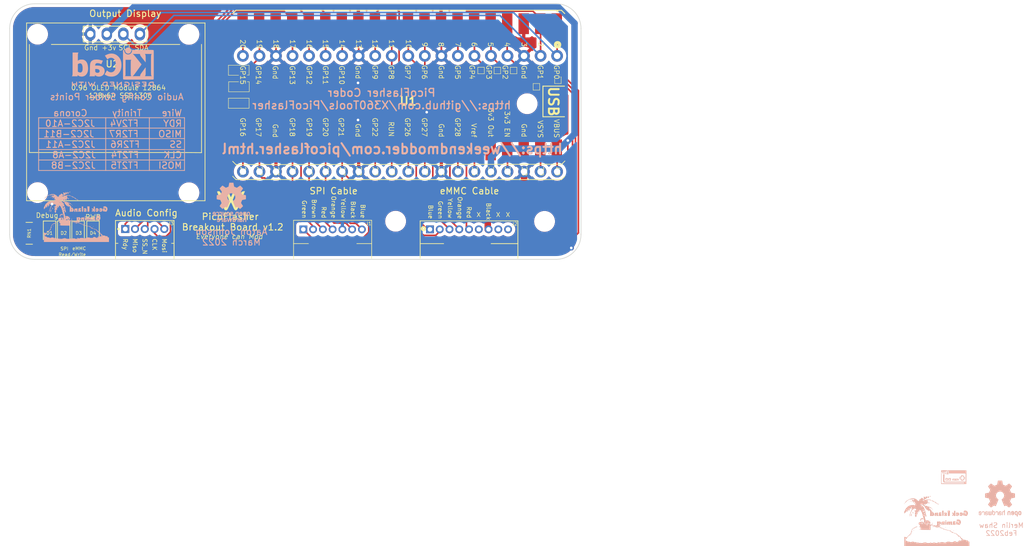
<source format=kicad_pcb>
(kicad_pcb (version 20211014) (generator pcbnew)
  (layers (0 "F.Cu" signal) (31 "B.Cu" signal) (34 "B.Paste" user) (35 "F.Paste" user) (36 "B.SilkS" user "B.Silkscreen") (37 "F.SilkS" user "F.Silkscreen") (38 "B.Mask" user) (39 "F.Mask" user) (44 "Edge.Cuts" user))
  (net 0 "")
  (net 1 "Net-(D1-Pad1)")
  (net 2 "Net-(D2-Pad1)")
  (net 3 "Net-(D3-Pad1)")
  (net 4 "Net-(D4-Pad1)")
  (net 5 "E-Yellow")
  (net 6 "E-Red")
  (net 7 "E-Orange")
  (net 8 "E-Blue")
  (net 9 "S-Orange")
  (net 10 "S-Brown")
  (net 11 "S-Red")
  (net 12 "S-Black")
  (net 13 "S-Blue")
  (net 14 "GND")
  (net 15 "Debug")
  (net 16 "eMMC")
  (net 17 "SPI")
  (net 18 "OLED Data")
  (net 19 "OLED Clock")
  (net 20 "3.3 Out")
  (net 22 "E-Green")
  (net 23 "A_Red")
  (net 24 "A_Black")
  (net 25 "A_Yellow")
  (net 26 "A_Green")
  (net 27 "unconnected-(U1-Pad7)")
  (net 28 "unconnected-(U1-Pad14)")
  (net 29 "unconnected-(U1-Pad29)")
  (net 30 "unconnected-(U1-Pad30)")
  (net 31 "unconnected-(U1-Pad31)")
  (net 32 "unconnected-(U1-Pad32)")
  (net 33 "unconnected-(U1-Pad34)")
  (net 34 "unconnected-(U1-Pad35)")
  (net 35 "unconnected-(U1-Pad37)")
  (net 36 "unconnected-(U1-Pad39)")
  (net 37 "unconnected-(U1-Pad40)")
  (net 40 "A_Blue")
  (footprint "LED_SMD:LED_0805_2012Metric_Pad1.15x1.40mm_HandSolder" (layer "F.Cu") (at 98.75 98.725 -90)
    (fp_text reference "D3")
    (fp_text value "Data" hide)
  )
  (footprint "MountingHole:MountingHole_2.2mm_M2" (layer "F.Cu") (at 92.5335 92.5)
    (fp_text reference "REF**" hide)
    (fp_text value "MountingHole_2.2mm_M2" hide)
  )
  (footprint "Merlin:WeekendModder" (layer "F.Cu") (at 121.979503 93.40975)
    (fp_text reference "G***" hide)
    (fp_text value "LOGO" hide)
  )
  (footprint "LED_SMD:LED_0805_2012Metric_Pad1.15x1.40mm_HandSolder" (layer "F.Cu") (at 96.55 98.725 -90)
    (fp_text reference "D2")
    (fp_text value "Debug" hide)
  )
  (footprint "MountingHole:MountingHole_2.2mm_M2" (layer "F.Cu") (at 115.7835 92.525)
    (fp_text reference "REF**" hide)
    (fp_text value "MountingHole_2.2mm_M2" hide)
  )
  (footprint "MountingHole:MountingHole_2.2mm_M2" (layer "F.Cu") (at 147.525 96.9)
    (fp_text reference "REF**" hide)
    (fp_text value "MountingHole_2.2mm_M2" hide)
  )
  (footprint "MountingHole:MountingHole_2.2mm_M2" (layer "F.Cu") (at 92.5335 68.175)
    (fp_text reference "REF**" hide)
    (fp_text value "MountingHole_2.2mm_M2" hide)
  )
  (footprint "Merlin:S7BZRLFSN" (layer "F.Cu") (at 133.35 98.15)
    (fp_text reference "J2" hide)
    (fp_text value "S7B-ZR_LF__SN_" hide)
  )
  (footprint "Merlin:PICO_SMD" (layer "F.Cu") (at 122.65 65.75 -90)
    (fp_text reference "U1e" hide)
    (fp_text value "PICO" hide)
  )
  (footprint "Resistor_SMD:R_Array_Convex_4x0603" (layer "F.Cu") (at 91.25 98.75 180)
    (fp_text reference "RN1" hide)
    (fp_text value "2-1622819-4" hide)
  )
  (footprint "LED_SMD:LED_0805_2012Metric_Pad1.15x1.40mm_HandSolder" (layer "F.Cu") (at 101.05 98.725 -90)
    (fp_text reference "D4")
    (fp_text value "Data" hide)
  )
  (footprint "MountingHole:MountingHole_2.2mm_M2" (layer "F.Cu") (at 167.725 78.85)
    (fp_text reference "REF**" hide)
    (fp_text value "MountingHole_2.2mm_M2" hide)
  )
  (footprint "MountingHole:MountingHole_2.2mm_M2" (layer "F.Cu") (at 170.4 96.925)
    (fp_text reference "REF**" hide)
    (fp_text value "MountingHole_2.2mm_M2" hide)
  )
  (footprint "Merlin:JST_B9B-ZR(LF)(SN)" (layer "F.Cu") (at 158.8 98.14325 180)
    (fp_text reference "J1" hide)
    (fp_text value "B9B-ZR(LF)(SN)" hide)
  )
  (footprint "Merlin:128x64OLED" (layer "F.Cu") (at 104.25 78.75)
    (fp_text reference "U2")
    (fp_text value "SSD1306")
  )
  (footprint "MountingHole:MountingHole_2.2mm_M2" (layer "F.Cu") (at 115.7835 68.2)
    (fp_text reference "REF**" hide)
    (fp_text value "MountingHole_2.2mm_M2" hide)
  )
  (footprint "Merlin:JST_B5B-ZR(LF)(SN)" (layer "F.Cu") (at 106 98.0915 180)
    (fp_text reference "J3")
    (fp_text value "Conn_01x05")
  )
  (footprint "LED_SMD:LED_0805_2012Metric_Pad1.15x1.40mm_HandSolder" (layer "F.Cu") (at 94.375 98.725 -90)
    (fp_text reference "D1")
    (fp_text value "PWR" hide)
  )
  (footprint "Merlin:PICO_THT" (layer "F.Cu") (at 149.47 76.58 -90)
    (fp_text reference "U1")
    (fp_text value "PICO" hide)
  )
  (footprint "Merlin:GeekIsland_10mmX8mm" (layer "B.Cu") (at 98.5 96.1 180)
    (fp_text reference "G***" hide)
    (fp_text value "LOGO" hide)
  )
  (footprint "Merlin:OSHW-Logo2_7.3x6mm_SilkScreen" (layer "B.Cu") (at 240.359601 139.4957 180)
    (fp_text reference "REF**" hide)
    (fp_text value "OSHW-Logo2_7.3x6mm_SilkScreen" hide)
  )
  (footprint "Symbol:KiCad-Logo2_5mm_SilkScreen" (layer "B.Cu") (at 104.1 73.2 180)
    (fp_text reference "REF**" hide)
    (fp_text value "KiCad-Logo2_5mm_SilkScreen" hide)
  )
  (footprint "Merlin:GeekIsland_10mmX8mm" (layer "B.Cu") (at 230.65 142.83 180)
    (fp_text reference "G***" hide)
    (fp_text value "LOGO" hide)
  )
  (footprint "Merlin:XtraLifeGaming2" (layer "B.Cu") (at 233.578401 136.2413 180)
    (fp_text reference "G***" hide)
    (fp_text value "LOGO" hide)
  )
  (footprint "Symbol:OSHW-Logo_5.7x6mm_SilkScreen" (layer "B.Cu") (at 122.3 94 180)
    (fp_text reference "REF**" hide)
    (fp_text value "OSHW-Logo_5.7x6mm_SilkScreen" hide)
  )
  (gr_line (start 115.1 89.1) (end 92.7 89.1) (layer "B.SilkS") (width 0.12))
  (gr_line (start 115.1 85.9) (end 92.7 85.9) (layer "B.SilkS") (width 0.12))
  (gr_line (start 115.1 84.2) (end 92.7 84.2) (layer "B.SilkS") (width 0.12))
  (gr_line (start 109.7 81) (end 109.7 89.1) (layer "B.SilkS") (width 0.12))
  (gr_line (start 115.1 81) (end 115.1 89.1) (layer "B.SilkS") (width 0.12))
  (gr_line (start 115.1 82.6) (end 92.7 82.6) (layer "B.SilkS") (width 0.12))
  (gr_line (start 103 81) (end 103 89.1) (layer "B.SilkS") (width 0.12))
  (gr_line (start 115.1 81) (end 92.7 81) (layer "B.SilkS") (width 0.12))
  (gr_line (start 92.7 81) (end 92.7 89.1) (layer "B.SilkS") (width 0.12))
  (gr_line (start 115.1 87.5) (end 92.7 87.5) (layer "B.SilkS") (width 0.12))
  (gr_line (start 170.15 80.85) (end 173.4625 80.85) (layer "F.SilkS") (width 0.15))
  (gr_line (start 125.045 75.48) (end 124.74 75.48) (layer "F.SilkS") (width 0.075))
  (gr_line (start 173 64.5) (end 173.5 65) (layer "F.SilkS") (width 0.15))
  (gr_line (start 143.85 100.34) (end 141.56 100.34) (layer "F.SilkS") (width 0.1))
  (gr_line (start 173.5 90) (end 173 90.5) (layer "F.SilkS") (width 0.12))
  (gr_line (start 173.4625 76.15) (end 170.15 76.15) (layer "F.SilkS") (width 0.15))
  (gr_line (start 122.5 90) (end 123 90.5) (layer "F.SilkS") (width 0.12))
  (gr_line (start 123 90.5) (end 173 90.5) (layer "F.SilkS") (width 0.12))
  (gr_line (start 125.0225 74.45) (end 124.7175 74.45) (layer "F.SilkS") (width 0.075))
  (gr_line (start 173 64.5) (end 123 64.5) (layer "F.SilkS") (width 0.15))
  (gr_line (start 123 88.2) (end 122.5 87.7) (layer "F.SilkS") (width 0.12))
  (gr_line (start 173.025 88.15) (end 123.75 88.2) (layer "F.SilkS") (width 0.12))
  (gr_line (start 173.525 87.65) (end 173.025 88.15) (layer "F.SilkS") (width 0.12))
  (gr_line (start 170.15 76.15) (end 170.15 80.85) (layer "F.SilkS") (width 0.15))
  (gr_line (start 134.14 100.34) (end 131.85 100.34) (layer "F.SilkS") (width 0.1))
  (gr_line (start 123.75 88.2) (end 123 88.2) (layer "F.SilkS") (width 0.12))
  (gr_line (start 122.5 65) (end 123 64.5) (layer "F.SilkS") (width 0.15))
  (gr_arc (start 172.19 63.5) (mid 174.884077 64.615923) (end 176 67.31) (layer "Edge.Cuts") (width 0.1))
  (gr_line (start 92.06 63.5) (end 172.19 63.5) (layer "Edge.Cuts") (width 0.1))
  (gr_arc (start 92.06 102.75) (mid 89.365923 101.634077) (end 88.25 98.94) (layer "Edge.Cuts") (width 0.1))
  (gr_arc (start 88.25 67.31) (mid 89.365923 64.615923) (end 92.06 63.5) (layer "Edge.Cuts") (width 0.1))
  (gr_arc (start 176 98.94) (mid 174.884077 101.634077) (end 172.19 102.75) (layer "Edge.Cuts") (width 0.1))
  (gr_line (start 176 67.31) (end 176 98.94) (layer "Edge.Cuts") (width 0.1))
  (gr_line (start 88.25 67.31) (end 88.25 98.94) (layer "Edge.Cuts") (width 0.1))
  (gr_line (start 92.06 102.75) (end 172.19 102.75) (layer "Edge.Cuts") (width 0.1))
  (gr_text "Wire    Trinity     Corona\nRDY     FT2V4   J2C2-A10\nMISO    FT2R7   J2C2-B11\nSS      FT2R6   J2C2-A11\nCLK     FT2T4   J2C2-A8\nMOSI    FT2T5   J2C2-B8" (at 114.8 84.3) (layer "B.SilkS") (effects (font (size 1 1)) (justify left mirror)))
  (gr_text "Merlin Shaw\nFeb2022" (at 240.562801 144.2201) (layer "B.SilkS") (effects (font (size 0.75 0.75) (thickness 0.1)) (justify mirror)))
  (gr_text "PicoFlasher Coder\nhttps://github.com/X360Tools/PicoFlasher" (at 145.375 78.125) (layer "B.SilkS") (effects (font (size 1.2 1.2) (thickness 0.2)) (justify mirror)))
  (gr_text "Aaron Johnson\nMarch 2022" (at 122.3 99.3) (layer "B.SilkS") (effects (font (size 1 1)) (justify mirror)))
  (gr_text "Audio Config Solder Points" (at 104.7 77.8) (layer "B.SilkS") (effects (font (size 1 1)) (justify mirror)))
  (gr_text "https://weekendmodder.com/picoflasher.html" (at 147 85.8) (layer "B.SilkS") (effects (font (size 1.5 1.5) (thickness 0.3)) (justify mirror)))
  (gr_text "PicoFlasher \nBreakout Board v1.2" (at 122.5 97) (layer "F.SilkS") (effects (font (size 1 1))))
  (gr_text "3" (at 167.25 69.75 270) (layer "F.SilkS") (effects (font (size 0.75 0.75) (thickness 0.1))))
  (gr_text "J2" (at 165.8 97.3) (layer "F.SilkS") (effects (font (size 0.5 0.5) (thickness 0.075))))
  (gr_text "Blue" (at 142.5 96.5 270) (layer "F.SilkS") (effects (font (size 0.65 0.65) (thickness 0.1)) (justify right)))
  (gr_text "Vref" (at 159.55 82.95 270) (layer "F.SilkS") (effects (font (size 0.75 0.75) (thickness 0.1))))
  (gr_text "Red" (at 158.8 96.5 270) (layer "F.SilkS") (effects (font (size 0.65 0.65) (thickness 0.1)) (justify right)))
  (gr_text "GP2" (at 164.35 74 270) (layer "F.SilkS") (effects (font (size 0.75 0.75) (thickness 0.1))))
  (gr_text "Yellow" (at 155.9 96.5 270) (layer "F.SilkS") (effects (font (size 0.65 0.65) (thickness 0.1)) (justify right)))
  (gr_text "X" (at 162.9 95.9) (layer "F.SilkS") (effects (font (size 0.65 0.65) (thickness 0.1)) (justify left)))
  (gr_text "Green" (at 133.5 96.5 270) (layer "F.SilkS") (effects (font (size 0.65 0.65) (thickness 0.1)) (justify right)))
  (gr_text "26" (at 136.8 89.225 270) (layer "F.SilkS") (effects (font (size 0.75 0.75) (thickness 0.1))))
  (gr_text "8" (at 154.5 69.75 270) (layer "F.SilkS") (effects (font (size 0.75 0.75) (thickness 0.1))))
  (gr_text "40" (at 172.35 89.225 270) (layer "F.SilkS") (effects (font (size 0.75 0.75) (thickness 0.1))))
  (gr_text "35" (at 159.65 89.225 270) (layer "F.SilkS") (effects (font (size 0.75 0.75) (thickness 0.1))))
  (gr_text "Read/Write" (at 97.85 102.025) (layer "F.SilkS") (effects (font (size 0.5 0.5) (thickness 0.075))))
  (gr_text "Gnd" (at 167.25 74 270) (layer "F.SilkS") (effects (font (size 0.75 0.75) (thickness 0.1))))
  (gr_text "10" (at 149.5 69.7 270) (layer "F.SilkS") (effects (font (size 0.75 0.75) (thickness 0.1))))
  (gr_text "eMMC Cable" (at 158.875 92.25) (layer "F.SilkS") (effects (font (size 1 1))))
  (gr_text "Rdy" (at 106 99.5 270) (layer "F.SilkS") (effects (font (size 0.65 0.65) (thickness 0.1)) (justify left)))
  (gr_text "17" (at 131.7 69.7 270) (layer "F.SilkS") (effects (font (size 0.75 0.75) (thickness 0.1))))
  (gr_text "22" (at 126.65 89.225 270) (layer "F.SilkS") (effects (font (size 0.75 0.75) (thickness 0.1))))
  (gr_text "Miso" (at 107.5 99.5 270) (layer "F.SilkS") (effects (font (size 0.65 0.65) (thickness 0.1)) (justify left)))
  (gr_text "GP20" (at 136.75 82.45 270) (layer "F.SilkS") (effects (font (size 0.75 0.75) (thickness 0.1))))
  (gr_text "18" (at 129.15 69.7 270) (layer "F.SilkS") (effects (font (size 0.75 0.75) (thickness 0.1))))
  (gr_text "Mosi" (at 112 99.5 270) (layer "F.SilkS") (effects (font (size 0.65 0.65) (thickness 0.1)) (justify left)))
  (gr_text "Gnd" (at 141.75 74 270) (layer "F.SilkS") (effects (font (size 0.75 0.75) (thickness 0.1))))
  (gr_text "30" (at 146.95 89.225 270) (layer "F.SilkS") (effects (font (size 0.75 0.75) (thickness 0.1))))
  (gr_text "16" (at 134.25 69.7 270) (layer "F.SilkS") (effects (font (size 0.75 0.75) (thickness 0.1))))
  (gr_text "Black" (at 141 93.75 270) (layer "F.SilkS") (effects (font (size 0.65 0.65) (thickness 0.1)) (justify left)))
  (gr_text "13" (at 141.85 69.7 270) (layer "F.SilkS") (effects (font (size 0.75 0.75) (thickness 0.1))))
  (gr_text "GP19" (at 134.25 82.45 270) (layer "F.SilkS") (effects (font (size 0.75 0.75) (thickness 0.1))))
  (gr_text "38" (at 167.3 89.225 270) (layer "F.SilkS") (effects (font (size 0.75 0.75) (thickness 0.1))))
  (gr_text "5" (at 162.1 69.75 270) (layer "F.SilkS") (effects (font (size 0.75 0.75) (thickness 0.1))))
  (gr_text "37" (at 164.7 89.225 270) (layer "F.SilkS") (effects (font (size 0.75 0.75) (thickness 0.1))))
  (gr_text "Blue" (at 152.9 96.6 270) (layer "F.SilkS") (effects (font (size 0.65 0.65) (thickness 0.1)) (justify right)))
  (gr_text "25" (at 134.3 89.225 270) (layer "F.SilkS") (effects (font (size 0.75 0.75) (thickness 0.1))))
  (gr_text "GP22" (at 144.35 82.45 270) (layer "F.SilkS") (effects (font (size 0.75 0.75) (thickness 0.1))))
  (gr_text "Orange" (at 157.4 96.6 270) (layer "F.SilkS") (effects (font (size 0.65 0.65) (thickness 0.1)) (justify right)))
  (gr_text "3v3 Out" (at 162.15 81.75 270) (layer "F.SilkS") (effects (font (size 0.75 0.75) (thickness 0.1))))
  (gr_text "29" (at 144.4 89.225 270) (layer "F.SilkS") (effects (font (size 0.75 0.75) (thickness 0.1))))
  (gr_text "SPI" (at 96.65 101.125) (layer "F.SilkS") (effects (font (size 0.5 0.5) (thickness 0.075))))
  (gr_text "Yellow" (at 139.5 96.5 270) (layer "F.SilkS") (effects (font (size 0.65 0.65) (thickness 0.1)) (justify right)))
  (gr_text "15" (at 136.75 69.7 270) (layer "F.SilkS") (effects (font (size 0.75 0.75) (thickness 0.1))))
  (gr_text "GP5" (at 157.05 74 270) (layer "F.SilkS") (effects (font (size 0.75 0.75) (thickness 0.1))))
  (gr_text "2" (at 169.8 69.75 270) (layer "F.SilkS") (effects (font (size 0.75 0.75) (thickness 0.1))))
  (gr_text "GP28" (at 157.05 82.45 270) (layer "F.SilkS") (effects (font (size 0.75 0.75) (thickness 0.1))))
  (gr_text "GP1" (at 169.75 74 270) (layer "F.SilkS") (effects (font (size 0.75 0.75) (thickness 0.1))))
  (gr_text "39" (at 169.85 89.225 270) (layer "F.SilkS") (effects (font (size 0.75 0.75) (thickness 0.1))))
  (gr_text "GP10" (at 139.25 74.45 270) (layer "F.SilkS") (effects (font (size 0.75 0.75) (thickness 0.1))))
  (gr_text "28" (at 141.9 89.225 270) (layer "F.SilkS") (effects (font (size 0.75 0.75) (thickness 0.1))))
  (gr_text "27" (at 139.35 89.225 270) (layer "F.SilkS") (effects (font (size 0.75 0.75) (thickness 0.1))))
  (gr_text "GP21" (at 139.15 82.45 270) (layer "F.SilkS") (effects (font (size 0.75 0.75) (thickness 0.1))))
  (gr_text "Black" (at 161.8 95.4 270) (layer "F.SilkS") (effects (font (size 0.65 0.65) (thickness 0.1))))
  (gr_text "Gnd" (at 129.05 74.05 270) (layer "F.SilkS") (effects (font (size 0.75 0.75) (thickness 0.1))))
  (gr_text "Green" (at 154.4 96.6 270) (layer "F.SilkS") (effects (font (size 0.65 0.65) (thickness 0.1)) (justify right)))
  (gr_text "Gnd" (at 141.75 82.95 270) (layer "F.SilkS") (effects (font (size 0.75 0.75) (thickness 0.1))))
  (gr_text "Red" (at 136.5 96.5 270) (layer "F.SilkS") (effects (font (size 0.65 0.65) (thickness 0.1)) (justify right)))
  (gr_text "SCL" (at 106 70.25) (layer "F.SilkS") (effects (font (size 0.75 0.75) (thickness 0.1))))
  (gr_text "33" (at 154.55 89.225 270) (layer "F.SilkS") (effects (font (size 0.75 0.75) (thickness 0.1))))
  (gr_text "36" (at 162.15 89.225 270) (layer "F.SilkS") (effects (font (size 0.75 0.75) (thickness 0.1))))
  (gr_text "GP7" (at 149.35 74 270) (layer "F.SilkS") (effects (font (size 0.75 0.75) (thickness 0.1))))
  (gr_text "X" (at 159.9 95.9) (layer "F.SilkS") (effects (font (size 0.65 0.65) (thickness 0.1)) (justify left)))
  (gr_text "GP16" (at 124.05 82.45 270) (layer "F.SilkS") (effects (font (size 0.75 0.75) (thickness 0.1))))
  (gr_text "Brown" (at 135 96.5 270) (layer "F.SilkS") (effects (font (size 0.65 0.65) (thickness 0.1)) (justify right)))
  (gr_text "3v3 EN" (at 164.65 82 270) (layer "F.SilkS") (effects (font (size 0.75 0.75) (thickness 0.1))))
  (gr_text "RUN" (at 146.85 82.75 270) (layer "F.SilkS") (effects (font (size 0.75 0.75) (thickness 0.1))))
  (gr_text "GP14" (at 126.45 74.45 270) (layer "F.SilkS") (effects (font (size 0.75 0.75) (thickness 0.1))))
  (gr_text "SPI Cable" (at 138 92.25) (layer "F.SilkS") (effects (font (size 1 1))))
  (gr_text "GP15" (at 124.05 74.45 270) (layer "F.SilkS") (effects (font (size 0.75 0.75) (thickness 0.1))))
  (gr_text "0.96 OLED Module 12864 \n128x64 SSD1306" (at 105.25 77) (layer "F.SilkS") (effects (font (size 0.75 0.75) (thickness 0.1))))
  (gr_text "Orange" (at 138 96.5 270) (layer "F.SilkS") (effects (font (size 0.65 0.65) (thickness 0.1)) (justify right)))
  (gr_text "34" (at 157.15 89.225 270) (layer "F.SilkS") (effects (font (size 0.75 0.75) (thickness 0.1))))
  (gr_text "Audio Config" (at 109.25 95.625) (layer "F.SilkS") (effects (font (size 1 1))))
  (gr_text "+3v" (at 103.5 70.25) (layer "F.SilkS") (effects (font (size 0.75 0.75) (thickness 0.1))))
  (gr_text "GP9" (at 144.35 74 270) (layer "F.SilkS") (effects (font (size 0.75 0.75) (thickness 0.1))))
  (gr_text "20" (at 124.05 69.7 270) (layer "F.SilkS") (effects (font (size 0.75 0.75) (thickness 0.1))))
  (gr_text "GP8" (at 146.85 74 270) (layer "F.SilkS") (effects (font (size 0.75 0.75) (thickness 0.1))))
  (gr_text "X" (at 164.4 95.9) (layer "F.SilkS") (effects (font (size 0.65 0.65) (thickness 0.1)) (justify left)))
  (gr_text "Gnd" (at 100.75 70.25) (layer "F.SilkS") (effects (font (size 0.75 0.75) (thickness 0.1))))
  (gr_text "GP12" (at 134.25 74.45 270) (layer "F.SilkS") (effects (font (size 0.75 0.75) (thickness 0.1))))
  (gr_text "PWR" (at 101.05 96.26) (layer "F.SilkS") (effects (font (size 0.75 0.75) (thickness 0.1))))
  (gr_text "GP27" (at 151.95 82.45 270) (layer "F.SilkS") (effects (font (size 0.75 0.75) (thickness 0.1))))
  (gr_text "Gnd" (at 129.05 83 270) (layer "F.SilkS") (effects (font (size 0.75 0.75) (thickness 0.1))))
  (gr_text "GP6" (at 151.95 74 270) (layer "F.SilkS") (effects (font (size 0.75 0.75) (thickness 0.1))))
  (gr_text "31" (at 149.55 89.225 270) (layer "F.SilkS") (effects (font (size 0.75 0.75) (thickness 0.1))))
  (gr_text "GP3" (at 161.85 74 270) (layer "F.SilkS") (effects (font (size 0.75 0.75) (thickness 0.1))))
  (gr_text "12" (at 144.35 69.7 270) (layer "F.SilkS") (effects (font (size 0.75 0.75) (thickness 0.1))))
  (gr_text "23" (at 129.2 89.225 270) (layer "F.SilkS") (effects (font (size 0.75 0.75) (thickness 0.1))))
  (gr_text "GP0" (at 172.25 74 270) (layer "F.SilkS") (effects (font (size 0.75 0.75) (thickness 0.1))))
  (gr_text "4" (at 164.65 69.75 270) (layer "F.SilkS") (effects (font (size 0.75 0.75) (thickness 0.1))))
  (gr_text "CLK" (at 110.5 99.5 270) (layer "F.SilkS") (effects (font (size 0.65 0.65) (thickness 0.1)) (justify left)))
  (gr_text "SDA" (at 108.5 70.25) (layer "F.SilkS") (effects (font (size 0.75 0.75) (thickness 0.1))))
  (gr_text "GP18" (at 131.65 82.45 270) (layer "F.SilkS") (effects (font (size 0.75 0.75) (thickness 0.1))))
  (gr_text "J1" (at 142.9 97.25) (layer "F.SilkS") (effects (font (size 0.5 0.5) (thickness 0.075)) (justify left)))
  (gr_text "32" (at 152.05 89.225 270) (layer "F.SilkS") (effects (font (size 0.75 0.75) (thickness 0.1))))
  (gr_text "GP11" (at 136.75 74.45 270) (layer "F.SilkS") (effects (font (size 0.75 0.75) (thickness 0.1))))
  (gr_text "GP26" (at 149.35 82.45 270) (layer "F.SilkS") (effects (font (size 0.75 0.75) (thickness 0.1))))
  (gr_text "VBUS" (at 172.25 82.65 270) (layer "F.SilkS") (effects (font (size 0.75 0.75) (thickness 0.1))))
  (gr_text "7" (at 157.1 69.75 270) (layer "F.SilkS") (effects (font (size 0.75 0.75) (thickness 0.1))))
  (gr_text "GP13" (at 131.65 74.45 270) (layer "F.SilkS") (effects (font (size 0.75 0.75) (thickness 0.1))))
  (gr_text "SS_N" (at 109 99.5 270) (layer "F.SilkS") (effects (font (size 0.65 0.65) (thickness 0.1)) (justify left)))
  (gr_text "eMMC" (at 98.93 101.085) (layer "F.SilkS") (effects (font (size 0.5 0.5) (thickness 0.075))))
  (gr_text "14" (at 139.3 69.7 270) (layer "F.SilkS") (effects (font (size 0.75 0.75) (thickness 0.1))))
  (gr_text "USB" (at 171.75 78.5 270) (layer "F.SilkS") (effects (font (size 1.5 1.5) (thickness 0.3))))
  (gr_text "Gnd" (at 154.55 74 270) (layer "F.SilkS") (effects (font (size 0.75 0.75) (thickness 0.1))))
  (gr_text "GP17" (at 126.45 82.45 270) (layer "F.SilkS") (effects (font (size 0.75 0.75) (thickness 0.1))))
  (gr_text "6" (at 159.6 69.75 270) (layer "F.SilkS") (effects (font (size 0.75 0.75) (thickness 0.1))))
  (gr_text "Debug" (at 94 96) (layer "F.SilkS") (effects (font (size 0.75 0.75) (thickness 0.1))))
  (gr_text "VSYS" (at 169.75 82.75 270) (layer "F.SilkS") (effects (font (size 0.75 0.75) (thickness 0.1))))
  (gr_text "Gnd" (at 167.25 82.95 270) (layer "F.SilkS") (effects (font (size 0.75 0.75) (thickness 0.1))))
  (gr_text "Gnd" (at 154.55 82.95 270) (layer "F.SilkS") (effects (font (size 0.75 0.75) (thickness 0.1))))
  (gr_text "21" (at 124.1 89.225 270) (layer "F.SilkS") (effects (font (size 0.75 0.75) (thickness 0.1))))
  (gr_text "19" (at 126.6 69.7 270) (layer "F.SilkS") (effects (font (size 0.75 0.75) (thickness 0.1))))
  (gr_text "Everyone can Mod" (at 122 99.25) (layer "F.SilkS") (effects (font (size 0.75 0.75) (thickness 0.1) italic)))
  (gr_text "Output Display" (at 106 65) (layer "F.SilkS") (effects (font (size 1 1))))
  (gr_text "9" (at 152 69.75 270) (layer "F.SilkS") (effects (font (size 0.75 0.75) (thickness 0.1))))
  (gr_text "24" (at 131.75 89.225 270) (layer "F.SilkS") (effects (font (size 0.75 0.75) (thickness 0.1))))
  (gr_text "GP4" (at 159.25 74 270) (layer "F.SilkS") (effects (font (size 0.75 0.75) (thickness 0.1))))
  (gr_text "11" (at 146.9 69.7 270) (layer "F.SilkS") (effects (font (size 0.75 0.75) (thickness 0.1))))
  (segment (start 92.15 99.95) (end 92.587506 99.95) (width 0.25) (layer "F.Cu") (net 1))
  (segment (start 94.55 97.999022) (end 94.55 97.7) (width 0.25) (layer "F.Cu") (net 1))
  (segment (start 94.375 98.162506) (end 94.375 97.7) (width 0.25) (layer "F.Cu") (net 1))
  (segment (start 92.587506 99.95) (end 94.375 98.162506) (width 0.25) (layer "F.Cu") (net 1))
  (segment (start 95.70048 96.80048) (end 93.687027 96.80048) (width 0.25) (layer "F.Cu") (net 2))
  (segment (start 96.55 97.7) (end 96.55 97.65) (width 0.25) (layer "F.Cu") (net 2))
  (segment (start 92.560718 99.15) (end 92.15 99.15) (width 0.25) (layer "F.Cu") (net 2))
  (segment (start 93.35 98.360718) (end 92.560718 99.15) (width 0.25) (layer "F.Cu") (net 2))
  (segment (start 93.35 97.137506) (end 93.35 98.360718) (width 0.25) (layer "F.Cu") (net 2))
  (segment (start 96.55 97.65) (end 95.70048 96.80048) (width 0.25) (layer "F.Cu") (net 2))
  (segment (start 93.687027 96.80048) (end 93.581253 96.906253) (width 0.25) (layer "F.Cu") (net 2))
  (segment (start 93.581253 96.906253) (end 93.35 97.137506) (width 0.25) (layer "F.Cu") (net 2))
  (segment (start 92.87548 96.976309) (end 92.87548 98.19952) (width 0.25) (layer "F.Cu") (net 3))
  (segment (start 97.35048 96.30048) (end 93.551309 96.30048) (width 0.25) (layer "F.Cu") (net 3))
  (segment (start 92.87548 98.19952) (end 92.7 98.375) (width 0.25) (layer "F.Cu") (net 3))
  (segment (start 98.75 97.7) (end 97.35048 96.30048) (width 0.25) (layer "F.Cu") (net 3))
  (segment (start 92.7 98.375) (end 92.175 98.375) (width 0.25) (layer "F.Cu") (net 3))
  (segment (start 92.175 98.375) (end 92.15 98.35) (width 0.25) (layer "F.Cu") (net 3))
  (segment (start 93.551309 96.30048) (end 92.87548 96.976309) (width 0.25) (layer "F.Cu") (net 3))
  (segment (start 99.20096 95.85096) (end 93.34904 95.85096) (width 0.25) (layer "F.Cu") (net 4))
  (segment (start 101.05 97.7) (end 99.20096 95.85096) (width 0.25) (layer "F.Cu") (net 4))
  (segment (start 93.34904 95.85096) (end 92.15 97.05) (width 0.25) (layer "F.Cu") (net 4))
  (segment (start 92.15 97.05) (end 92.15 97.55) (width 0.25) (layer "F.Cu") (net 4))
  (segment (start 145.3 64.1) (end 147.469022 64.1) (width 0.25) (layer "F.Cu") (net 5))
  (segment (start 148.075 65.275) (end 148.056511 65.293489) (width 0.25) (layer "F.Cu") (net 5))
  (segment (start 148.056511 65.293489) (end 148.056511 77.156511) (width 0.25) (layer "F.Cu") (net 5))
  (segment (start 148.056511 77.156511) (end 153.234511 82.334511) (width 0.25) (layer "F.Cu") (net 5))
  (segment (start 153.234511 95.577761) (end 155.8 98.14325) (width 0.25) (layer "F.Cu") (net 5))
  (segment (start 144.392 66.612) (end 144.34 66.56) (width 0.25) (layer "F.Cu") (net 5))
  (segment (start 144.392 71.54) (end 144.392 66.612) (width 0.25) (layer "F.Cu") (net 5))
  (segment (start 148.075 64.705978) (end 148.075 65.275) (width 0.25) (layer "F.Cu") (net 5))
  (segment (start 144.34 66.56) (end 144.34 65.06) (width 0.25) (layer "F.Cu") (net 5))
  (segment (start 153.234511 82.334511) (end 153.234511 95.577761) (width 0.25) (layer "F.Cu") (net 5))
  (segment (start 147.469022 64.1) (end 148.075 64.705978) (width 0.25) (layer "F.Cu") (net 5))
  (segment (start 144.34 65.06) (end 145.3 64.1) (width 0.25) (layer "F.Cu") (net 5))
  (segment (start 151.96 66.56) (end 152.012 66.612) (width 0.25) (layer "F.Cu") (net 6))
  (segment (start 158.405489 84.256467) (end 158.405489 97.748739) (width 0.25) (layer "F.Cu") (net 6))
  (segment (start 158.405489 97.748739) (end 158.8 98.14325) (width 0.25) (layer "F.Cu") (net 6))
  (segment (start 152.012 77.862978) (end 158.405489 84.256467) (width 0.25) (layer "F.Cu") (net 6))
  (segment (start 152.012 66.612) (end 152.012 77.862978) (width 0.25) (layer "F.Cu") (net 6))
  (segment (start 150.7 77.186696) (end 155.865489 82.352185) (width 0.25) (layer "F.Cu") (net 7))
  (segment (start 155.865489 82.352185) (end 155.865489 96.708739) (width 0.25) (layer "F.Cu") (net 7))
  (segment (start 149.42 66.56) (end 149.472 66.612) (width 0.25) (layer "F.Cu") (net 7))
  (segment (start 149.472 71.54) (end 150.7 72.768) (width 0.25) (layer "F.Cu") (net 7))
  (segment (start 157 97.75) (end 157 98.29) (width 0.25) (layer "F.Cu") (net 7))
  (segment (start 155.865489 96.708739) (end 157.3 98.14325) (width 0.25) (layer "F.Cu") (net 7))
  (segment (start 149.472 66.612) (end 149.472 71.54) (width 0.25) (layer "F.Cu") (net 7))
  (segment (start 150.7 72.768) (end 150.7 77.186696) (width 0.25) (layer "F.Cu") (net 7))
  (segment (start 146.88 66.56) (end 146.932 66.612) (width 0.25) (layer "F.Cu") (net 8))
  (segment (start 150.694511 83.773533) (end 150.694511 96.444511) (width 0.25) (layer "F.Cu") (net 8))
  (segment (start 150.694511 96.444511) (end 152.43075 98.18075) (width 0.25) (layer "F.Cu") (net 8))
  (segment (start 152.43075 98.18075) (end 152.68 98.18075) (width 0.25) (layer "F.Cu") (net 8))
  (segment (start 146.932 80.011022) (end 150.694511 83.773533) (width 0.25) (layer "F.Cu") (net 8))
  (segment (start 146.932 66.612) (end 146.932 80.011022) (width 0.25) (layer "F.Cu") (net 8))
  (segment (start 137.85 98.15) (end 133 93.3) (width 0.25) (layer "F.Cu") (net 9))
  (segment (start 124.02 85.430978) (end 124.02 85.94) (width 0.25) (layer "F.Cu") (net 9))
  (segment (start 124.072 85.992) (end 124.02 85.94) (width 0.25) (layer "F.Cu") (net 9))
  (segment (start 124.07 85.99) (end 124.02 85.94) (width 0.25) (layer "F.Cu") (net 9))
  (segment (start 133 84.250978) (end 132.499022 83.75) (width 0.25) (layer "F.Cu") (net 9))
  (segment (start 125.700978 83.75) (end 124.02 85.430978) (width 0.25) (layer "F.Cu") (net 9))
  (segment (start 132.499022 83.75) (end 125.700978 83.75) (width 0.25) (layer "F.Cu") (net 9))
  (segment (start 124.07 89.28) (end 124.07 85.99) (width 0.25) (layer "F.Cu") (net 9))
  (segment (start 133 93.3) (end 133 84.250978) (width 0.25) (layer "F.Cu") (net 9))
  (segment (start 126.61 89.28) (end 126.61 85.99) (width 0.25) (layer "F.Cu") (net 10))
  (segment (start 127.425 90.25) (end 127 90.25) (width 0.25) (layer "F.Cu") (net 10))
  (segment (start 134.85 98.15) (end 134.85 97.675) (width 0.25) (layer "F.Cu") (net 10))
  (segment (start 126.61 85.99) (end 126.56 85.94) (width 0.25) (layer "F.Cu") (net 10))
  (segment (start 126.61 89.86) (end 126.61 89.28) (width 0.25) (layer "F.Cu") (net 10))
  (segment (start 134.85 97.675) (end 127.425 90.25) (width 0.25) (layer "F.Cu") (net 10))
  (segment (start 127 90.25) (end 126.61 89.86) (width 0.25) (layer "F.Cu") (net 10))
  (segment (start 126.612 85.992) (end 126.56 85.94) (width 0.25) (layer "F.Cu") (net 10))
  (segment (start 136.35 98.15) (end 131.692 93.492) (width 0.25) (layer "F.Cu") (net 11))
  (segment (start 131.692 93.492) (end 131.692 90.92) (width 0.25) (layer "F.Cu") (net 11))
  (segment (start 131.69 85.99) (end 131.64 85.94) (width 0.25) (layer "F.Cu") (net 11))
  (segment (start 131.692 85.992) (end 131.64 85.94) (width 0.25) (layer "F.Cu") (net 11))
  (segment (start 131.69 89.28) (end 131.69 85.99) (width 0.25) (layer "F.Cu") (net 11))
  (segment (start 131.69 90.918) (end 131.69 89.28) (width 0.25) (layer "F.Cu") (net 11))
  (segment (start 131.692 90.92) (end 131.69 90.918) (width 0.25) (layer "F.Cu") (net 11))
  (segment (start 134.232 90.92) (end 134.232 93.332) (width 0.25) (layer "F.Cu") (net 12))
  (segment (start 134.232 85.992) (end 134.18 85.94) (width 0.25) (layer "F.Cu") (net 12))
  (segment (start 134.232 93.332) (end 138.075 97.175) (width 0.25) (layer "F.Cu") (net 12))
  (segment (start 134.232 90.92) (end 134.23 90.918) (width 0.25) (layer "F.Cu") (net 12))
  (segment (start 139.875 97.175) (end 140.85 98.15) (width 0.25) (layer "F.Cu") (net 12))
  (segment (start 134.23 85.99) (end 134.18 85.94) (width 0.25) (layer "F.Cu") (net 12))
  (segment (start 134.23 90.918) (end 134.23 89.28) (width 0.25) (layer "F.Cu") (net 12))
  (segment (start 134.23 89.28) (end 134.23 85.99) (width 0.25) (layer "F.Cu") (net 12))
  (segment (start 138.075 97.175) (end 139.875 97.175) (width 0.25) (layer "F.Cu") (net 12))
  (segment (start 140.575489 97.225489) (end 136.772 93.422) (width 0.25) (layer "F.Cu") (net 13))
  (segment (start 136.77 85.99) (end 136.72 85.94) (width 0.25) (layer "F.Cu") (net 13))
  (segment (start 136.772 93.422) (end 136.772 90.92) (width 0.25) (layer "F.Cu") (net 13))
  (segment (start 136.77 89.28) (end 136.77 85.99) (width 0.25) (layer "F.Cu") (net 13))
  (segment (start 142.35 98.15) (end 141.425489 97.225489) (width 0.25) (layer "F.Cu") (net 13))
  (segment (start 136.77 90.918) (end 136.77 89.28) (width 0.25) (layer "F.Cu") (net 13))
  (segment (start 141.425489 97.225489) (end 140.575489 97.225489) (width 0.25) (layer "F.Cu") (net 13))
  (segment (start 136.772 85.992) (end 136.72 85.94) (width 0.25) (layer "F.Cu") (net 13))
  (segment (start 136.772 90.92) (end 136.77 90.918) (width 0.25) (layer "F.Cu") (net 13))
  (segment (start 154.552 85.992) (end 154.5 85.94) (width 0.25) (layer "F.Cu") (net 14))
  (segment (start 164.836 93.336) (end 167.252 90.92) (width 1) (layer "F.Cu") (net 14))
  (segment (start 154.55 85.99) (end 154.5 85.94) (width 0.5) (layer "F.Cu") (net 14))
  (segment (start 154.55 89.28) (end 154.55 85.99) (width 0.5) (layer "F.Cu") (net 14))
  (segment (start 154.552 71.54) (end 154.552 66.612) (width 0.25) (layer "F.Cu") (net 14))
  (segment (start 129.152 66.612) (end 129.1 66.56) (width 0.25) (layer "F.Cu") (net 14))
  (segment (start 141.852 66.612) (end 141.8 66.56) (width 0.25) (layer "F.Cu") (net 14))
  (segment (start 129.152 71.54) (end 129.152 66.612) (width 0.25) (layer "F.Cu") (net 14))
  (segment (start 164.836 93.336) (end 167.25 90.922) (width 1) (layer "F.Cu") (net 14))
  (segment (start 141.852 71.54) (end 141.852 66.612) (width 0.25) (layer "F.Cu") (net 14))
  (segment (start 167.25 90.922) (end 167.25 89.28) (width 1) (layer "F.Cu") (net 14))
  (segment (start 161.68 96.492) (end 164.836 93.336) (width 1) (layer "F.Cu") (net 14))
  (segment (start 141.85 89.28) (end 141.85 85.99) (width 0.5) (layer "F.Cu") (net 14))
  (segment (start 167.252 85.992) (end 167.2 85.94) (width 0.25) (layer "F.Cu") (net 14))
  (segment (start 129.13 71.562) (end 129.152 71.54) (width 0.25) (layer "F.Cu") (net 14))
  (segment (start 129.15 89.28) (end 129.15 85.99) (width 0.5) (layer "F.Cu") (net 14))
  (segment (start 141.85 85.99) (end 141.8 85.94) (width 0.5) (layer "F.Cu") (net 14))
  (segment (start 141.852 85.992) (end 141.8 85.94) (width 0.25) (layer "F.Cu") (net 14))
  (segment (start 161.68 98.18075) (end 161.68 96.492) (width 1) (layer "F.Cu") (net 14))
  (segment (start 129.15 85.99) (end 129.1 85.94) (width 0.5) (layer "F.Cu") (net 14))
  (segment (start 154.552 66.612) (end 154.5 66.56) (width 0.25) (layer "F.Cu") (net 14))
  (segment (start 129.152 85.992) (end 129.1 85.94) (width 0.25) (layer "F.Cu") (net 14))
  (via (at 94.75 94.25) (size 0.8) (drill 0.4) (layers "F.Cu" "B.Cu") (net 14))
  (via (at 141.75 75.65) (size 0.8) (drill 0.4) (layers "F.Cu" "B.Cu") (net 14))
  (via (at 174.5 101) (size 0.8) (drill 0.4) (layers "F.Cu" "B.Cu") (net 14))
  (via (at 141.75 81.35) (size 0.8) (drill 0.4) (layers "F.Cu" "B.Cu") (net 14))
  (via (at 152.3 80.15) (size 0.8) (drill 0.4) (layers "F.Cu" "B.Cu") (net 14))
  (segment (start 141.852 92.148) (end 139.35 94.65) (width 0.5) (layer "B.Cu") (net 14))
  (segment (start 141.852 90.92) (end 141.852 92.148) (width 0.5) (layer "B.Cu") (net 14))
  (segment (start 139.35 94.65) (end 139.35 98.15) (width 0.5) (layer "B.Cu") (net 14))
  (segment (start 94.5 99.75) (end 94.375 99.75) (width 0.25) (layer "F.Cu") (net 15))
  (segment (start 175.59808 76.84808) (end 175.59808 98.676899) (width 0.25) (layer "F.Cu") (net 15))
  (segment (start 173.137489 101.137489) (end 172.274978 102) (width 0.25) (layer "F.Cu") (net 15))
  (segment (start 164.66 71.488) (end 166.672 73.5) (width 0.25) (layer "F.Cu") (net 15))
  (segment (start 96.75 102) (end 95.875 101.125) (width 0.25) (layer "F.Cu") (net 15))
  (segment (start 172.25 73.5) (end 175.59808 76.84808) (width 0.25) (layer "F.Cu") (net 15))
  (segment (start 175.59808 98.676899) (end 173.137489 101.137489) (width 0.25) (layer "F.Cu") (net 15))
  (segment (start 96.29856 101.54856) (end 95.875 101.125) (width 0.25) (layer "F.Cu") (net 15))
  (segment (start 172.274978 102) (end 96.75 102) (width 0.25) (layer "F.Cu") (net 15))
  (segment (start 173.137489 101.137489) (end 172.726419 101.54856) (width 0.25) (layer "F.Cu") (net 15))
  (segment (start 95.875 101.125) (end 94.5 99.75) (width 0.25) (layer "F.Cu") (net 15))
  (segment (start 164.66 66.56) (end 164.66 71.488) (width 0.25) (layer "F.Cu") (net 15))
  (segment (start 166.672 73.5) (end 172.25 73.5) (width 0.25) (layer "F.Cu") (net 15))
  (segment (start 159.58 66.56) (end 159.632 66.612) (width 0.25) (layer "F.Cu") (net 16))
  (segment (start 162.592 74.5) (end 171.946436 74.5) (width 0.25) (layer "F.Cu") (net 16))
  (segment (start 171.902584 101.10096) (end 100.10096 101.10096) (width 0.25) (layer "F.Cu") (net 16))
  (segment (start 159.632 66.612) (end 159.632 71.54) (width 0.25) (layer "F.Cu") (net 16))
  (segment (start 174.69904 98.304504) (end 171.902584 101.10096) (width 0.25) (layer "F.Cu") (net 16))
  (segment (start 171.946436 74.5) (end 174.69904 77.252604) (width 0.25) (layer "F.Cu") (net 16))
  (segment (start 100.10096 101.10096) (end 98.75 99.75) (width 0.25) (layer "F.Cu") (net 16))
  (segment (start 159.632 71.54) (end 162.592 74.5) (width 0.25) (layer "F.Cu") (net 16))
  (segment (start 174.69904 77.252604) (end 174.69904 98.304504) (width 0.25) (layer "F.Cu") (net 16))
  (segment (start 162.172 71.54) (end 162.172 66.612) (width 0.25) (layer "F.Cu") (net 17))
  (segment (start 175.14856 77.066406) (end 172.082154 74) (width 0.25) (layer "F.Cu") (net 17))
  (segment (start 98.35048 101.55048) (end 172.088782 101.55048) (width 0.25) (layer "F.Cu") (net 17))
  (segment (start 96.55 99.75) (end 98.35048 101.55048) (width 0.25) (layer "F.Cu") (net 17))
  (segment (start 172.088782 101.55048) (end 175.14856 98.490702) (width 0.25) (layer "F.Cu") (net 17))
  (segment (start 162.172 66.612) (end 162.12 66.56) (width 0.25) (layer "F.Cu") (net 17))
  (segment (start 175.14856 98.490702) (end 175.14856 77.066406) (width 0.25) (layer "F.Cu") (net 17))
  (segment (start 164.632 74) (end 162.172 71.54) (width 0.25) (layer "F.Cu") (net 17))
  (segment (start 172.082154 74) (end 164.632 74) (width 0.25) (layer "F.Cu") (net 17))
  (segment (start 172.332 71.54) (end 172.332 66.612) (width 0.25) (layer "F.Cu") (net 18))
  (segment (start 172.332 66.612) (end 172.28 66.56) (width 0.25) (layer "F.Cu") (net 18))
  (segment (start 172.28 66.56) (end 172.28 65.76) (width 0.25) (layer "F.Cu") (net 18))
  (segment (start 172.332 71.54) (end 165.632825 64.840825) (width 0.25) (layer "B.Cu") (net 18))
  (segment (start 111.559175 64.840825) (end 108.25 68.15) (width 0.25) (layer "B.Cu") (net 18))
  (segment (start 165.632825 64.840825) (end 111.559175 64.840825) (width 0.25) (layer "B.Cu") (net 18))
  (segment (start 158.455489 64.635489) (end 168.615489 64.635489) (width 0.25) (layer "F.Cu") (net 19))
  (segment (start 158.4 64.690978) (end 158.455489 64.635489) (width 0.25) (layer "F.Cu") (net 19))
  (segment (start 169.792 66.612) (end 169.74 66.56) (width 0.25) (layer "F.Cu") (net 19))
  (segment (start 169.74 65.76) (end 169.74 66.56) (width 0.25) (layer "F.Cu") (net 19))
  (segment (start 169.792 71.54) (end 169.792 66.612) (width 0.25) (layer "F.Cu") (net 19))
  (segment (start 168.615489 64.635489) (end 169.74 65.76) (width 0.25) (layer "F.Cu") (net 19))
  (segment (start 163.542345 65.290345) (end 169.792 71.54) (width 0.25) (layer "B.Cu") (net 19))
  (segment (start 107.31 69.75) (end 109 69.75) (width 0.25) (layer "B.Cu") (net 19))
  (segment (start 113.459655 65.290345) (end 163.542345 65.290345) (width 0.25) (layer "B.Cu") (net 19))
  (segment (start 105.71 68.15) (end 107.31 69.75) (width 0.25) (layer "B.Cu") (net 19))
  (segment (start 109 69.75) (end 113.459655 65.290345) (width 0.25) (layer "B.Cu") (net 19))
  (segment (start 171.716386 100.65144) (end 101.95144 100.65144) (width 0.25) (layer "F.Cu") (net 20))
  (segment (start 173.97454 98.393286) (end 171.716386 100.65144) (width 0.25) (layer "F.Cu") (net 20))
  (segment (start 162.12 89.23) (end 162.17 89.28) (width 0.5) (layer "F.Cu") (net 20))
  (segment (start 173.97454 84.5) (end 173.97454 98.393286) (width 0.25) (layer "F.Cu") (net 20))
  (segment (start 162.12 85.94) (end 162.12 89.23) (width 0.5) (layer "F.Cu") (net 20))
  (segment (start 103.17 68.15) (end 103.15 68.15) (width 0.25) (layer "F.Cu") (net 20))
  (segment (start 101.95144 100.65144) (end 101.05 99.75) (width 0.25) (layer "F.Cu") (net 20))
  (via (at 173.97454 84.5) (size 0.8) (drill 0.4) (layers "F.Cu" "B.Cu") (net 20))
  (segment (start 172.516305 64.016305) (end 175 66.5) (width 1) (layer "B.Cu") (net 20))
  (segment (start 175 83.5) (end 172.75 85.75) (width 1) (layer "B.Cu") (net 20))
  (segment (start 103.17 68.15) (end 107.303695 64.016305) (width 1) (layer "B.Cu") (net 20))
  (segment (start 103.389359 68.15) (end 103.17 68.15) (width 1) (layer "B.Cu") (net 20))
  (segment (start 162.17 87.08) (end 162.17 89.28) (width 1) (layer "B.Cu") (net 20))
  (segment (start 163.5 85.75) (end 162.17 87.08) (width 1) (layer "B.Cu") (net 20))
  (segment (start 175 66.5) (end 175 83.5) (width 1) (layer "B.Cu") (net 20))
  (segment (start 172.75 85.75) (end 163.5 85.75) (width 1) (layer "B.Cu") (net 20))
  (segment (start 107.303695 64.016305) (end 172.516305 64.016305) (width 1) (layer "B.Cu") (net 20))
  (segment (start 151.75 99) (end 150.244991 97.494991) (width 0.25) (layer "F.Cu") (net 22))
  (segment (start 149.15 92.5) (end 142.5 92.5) (width 0.25) (layer "F.Cu") (net 22))
  (segment (start 151.821761 99.071761) (end 153.678239 99.071761) (width 0.25) (layer "F.Cu") (net 22))
  (segment (start 134.75 99.55) (end 133.35 98.15) (width 0.25) (layer "F.Cu") (net 22))
  (segment (start 139.31 89.28) (end 139.31 85.99) (width 0.25) (layer "F.Cu") (net 22))
  (segment (start 139.31 91.686) (end 139.31 89.28) (width 0.25) (layer "F.Cu") (net 22))
  (segment (start 142.5 92.5) (end 142.5 92.47) (width 0.25) (layer "F.Cu") (net 22))
  (segment (start 153.678239 99.071761) (end 154.3 98.45) (width 0.25) (layer "F.Cu") (net 22))
  (segment (start 142.586687 96.775969) (end 143.4 97.589282) (width 0.25) (layer "F.Cu") (net 22))
  (segment (start 139.312 92.287) (end 139.312 95.087) (width 0.25) (layer "F.Cu") (net 22))
  (segment (start 141.000969 96.775969) (end 142.586687 96.775969) (width 0.25) (layer "F.Cu") (net 22))
  (segment (start 139.312 95.087) (end 141.000969 96.775969) (width 0.25) (layer "F.Cu") (net 22))
  (segment (start 139.312 91.688) (end 139.31 91.686) (width 0.25) (layer "F.Cu") (net 22))
  (segment (start 150.244991 93.594991) (end 149.15 92.5) (width 0.25) (layer "F.Cu") (net 22))
  (segment (start 143.4 98.575) (end 142.425 99.55) (width 0.25) (layer "F.Cu") (net 22))
  (segment (start 139.312 91.688) (end 139.312 92.287) (width 0.25) (layer "F.Cu") (net 22))
  (segment (start 154.3 98.45) (end 154.3 98.14325) (width 0.25) (layer "F.Cu") (net 22))
  (segment (start 151.75 99) (end 151.821761 99.071761) (width 0.25) (layer "F.Cu") (net 22))
  (segment (start 142.425 99.55) (end 134.75 99.55) (width 0.25) (layer "F.Cu") (net 22))
  (segment (start 139.312 85.992) (end 139.26 85.94) (width 0.25) (layer "F.Cu") (net 22))
  (segment (start 143.4 97.589282) (end 143.4 98.575) (width 0.25) (layer "F.Cu") (net 22))
  (segment (start 139.312 90.92) (end 139.312 91.688) (width 0.25) (layer "F.Cu") (net 22))
  (segment (start 142.5 92.47) (end 139.31 89.28) (width 0.25) (layer "F.Cu") (net 22))
  (segment (start 150.244991 97.494991) (end 150.244991 93.594991) (width 0.25) (layer "F.Cu") (net 22))
  (segment (start 139.31 85.99) (end 139.26 85.94) (width 0.25) (layer "F.Cu") (net 22))
  (segment (start 108.55048 87.313803) (end 120.25 75.614282) (width 0.25) (layer "F.Cu") (net 23))
  (segment (start 120.25 75.614282) (end 120.25 65.978565) (width 0.25) (layer "F.Cu") (net 23))
  (segment (start 136.772 71.54) (end 136.772 66.612) (width 0.25) (layer "F.Cu") (net 23))
  (segment (start 106 98.0915) (end 106 97.30048) (width 0.25) (layer "F.Cu") (net 23))
  (segment (start 136.72 64.97) (end 136.72 66.56) (width 0.25) (layer "F.Cu") (net 23))
  (segment (start 108.55048 94.75) (end 108.55048 87.313803) (width 0.25) (layer "F.Cu") (net 23))
  (segment (start 122.492115 63.736449) (end 135.486449 63.736449) (width 0.25) (layer "F.Cu") (net 23))
  (segment (start 120.25 65.978565) (end 122.492115 63.736449) (width 0.25) (layer "F.Cu") (net 23))
  (segment (start 136.772 66.612) (end 136.72 66.56) (width 0.25) (layer "F.Cu") (net 23))
  (segment (start 106 97.30048) (end 108.55048 94.75) (width 0.25) (layer "F.Cu") (net 23))
  (segment (start 135.486449 63.736449) (end 136.72 64.97) (width 0.25) (layer "F.Cu") (net 23))
  (segment (start 134.232 66.612) (end 134.18 66.56) (width 0.25) (layer "F.Cu") (net 24))
  (segment (start 132.611429 64.185969) (end 122.678313 64.185969) (width 0.25) (layer "F.Cu") (net 24))
  (segment (start 109 87.5) (end 109 96.5915) (width 0.25) (layer "F.Cu") (net 24))
  (segment (start 134.18 66.56) (end 134.18 65.75454) (width 0.25) (layer "F.Cu") (net 24))
  (segment (start 134.18 65.75454) (end 132.611429 64.185969) (width 0.25) (layer "F.Cu") (net 24))
  (segment (start 120.75 75.75) (end 109 87.5) (width 0.25) (layer "F.Cu") (net 24))
  (segment (start 134.232 71.54) (end 134.232 66.612) (width 0.25) (layer "F.Cu") (net 24))
  (segment (start 122.678313 64.185969) (end 120.75 66.114283) (width 0.25) (layer "F.Cu") (net 24))
  (segment (start 120.75 66.114283) (end 120.75 75.75) (width 0.25) (layer "F.Cu") (net 24))
  (segment (start 109 96.5915) (end 107.5 98.0915) (width 0.25) (layer "F.Cu") (net 24))
  (segment (start 121.25 66.25) (end 121.25 75.885717) (width 0.25) (layer "F.Cu") (net 25))
  (segment (start 131.64 65.89) (end 130.385489 64.635489) (width 0.25) (layer "F.Cu") (net 25))
  (segment (start 131.64 66.56) (end 131.64 65.89) (width 0.25) (layer "F.Cu") (net 25))
  (segment (start 131.692 71.54) (end 131.692 66.612) (width 0.25) (layer "F.Cu") (net 25))
  (segment (start 109.44952 97.64198) (end 109 98.0915) (width 0.25) (layer "F.Cu") (net 25))
  (segment (start 109.44952 87.686198) (end 109.44952 97.64198) (width 0.25) (layer "F.Cu") (net 25))
  (segment (start 122.864511 64.635489) (end 121.25 66.25) (width 0.25) (layer "F.Cu") (net 25))
  (segment (start 121.25 75.885717) (end 109.44952 87.686198) (width 0.25) (layer "F.Cu") (net 25))
  (segment (start 131.692 66.612) (end 131.64 66.56) (width 0.25) (layer "F.Cu") (net 25))
  (segment (start 130.385489 64.635489) (end 122.864511 64.635489) (width 0.25) (layer "F.Cu") (net 25))
  (segment (start 110.5 98.0915) (end 110.5 98.75) (width 0.25) (layer "F.Cu") (net 26))
  (segment (start 112.943511 98.556489) (end 112.943511 97.306489) (width 0.25) (layer "F.Cu") (net 26))
  (segment (start 110.34856 88.058594) (end 126.612 71.795154) (width 0.25) (layer "F.Cu") (net 26))
  (segment (start 110.5 98.75) (end 111 99.25) (width 0.25) (layer "F.Cu") (net 26))
  (segment (start 112.942207 97.306489) (end 110.34856 94.712842) (width 0.25) (layer "F.Cu") (net 26))
  (segment (start 112.943511 97.306489) (end 112.942207 97.306489) (width 0.25) (layer "F.Cu") (net 26))
  (segment (start 110.34856 94.712842) (end 110.34856 88.058594) (width 0.25) (layer "F.Cu") (net 26))
  (segment (start 112.25 99.25) (end 112.943511 98.556489) (width 0.25) (layer "F.Cu") (net 26))
  (segment (start 111 99.25) (end 112.25 99.25) (width 0.25) (layer "F.Cu") (net 26))
  (segment (start 126.612 66.612) (end 126.56 66.56) (width 0.25) (layer "F.Cu") (net 26))
  (segment (start 126.612 71.795154) (end 126.612 71.54) (width 0.25) (layer "F.Cu") (net 26))
  (segment (start 126.612 71.54) (end 126.612 66.612) (width 0.25) (layer "F.Cu") (net 26))
  (segment (start 157.092 71.54) (end 157.092 66.612) (width 0.25) (layer "F.Cu") (net 27))
  (segment (start 157.092 66.612) (end 157.04 66.56) (width 0.25) (layer "F.Cu") (net 27))
  (segment (start 139.312 66.612) (end 139.26 66.56) (width 0.25) (layer "F.Cu") (net 28))
  (segment (start 139.312 71.54) (end 139.312 66.612) (width 0.25) (layer "F.Cu") (net 28))
  (segment (start 144.392 85.992) (end 144.34 85.94) (width 0.25) (layer "F.Cu") (net 29))
  (segment (start 144.39 89.28) (end 144.39 85.99) (width 0.25) (layer "F.Cu") (net 29))
  (segment (start 144.39 85.99) (end 144.34 85.94) (width 0.25) (layer "F.Cu") (net 29))
  (segment (start 146.93 89.28) (end 146.93 85.99) (width 0.25) (layer "F.Cu") (net 30))
  (segment (start 146.932 85.992) (end 146.88 85.94) (width 0.25) (layer "F.Cu") (net 30))
  (segment (start 146.93 85.99) (end 146.88 85.94) (width 0.25) (layer "F.Cu") (net 30))
  (segment (start 149.472 85.992) (end 149.42 85.94) (width 0.25) (layer "F.Cu") (net 31))
  (segment (start 149.47 89.28) (end 149.47 85.99) (width 0.25) (layer "F.Cu") (net 31))
  (segment (start 149.47 85.99) (end 149.42 85.94) (width 0.25) (layer "F.Cu") (net 31))
  (segment (start 152.012 85.992) (end 151.96 85.94) (width 0.25) (layer "F.Cu") (net 32))
  (segment (start 152.01 85.99) (end 151.96 85.94) (width 0.25) (layer "F.Cu") (net 32))
  (segment (start 152.01 89.28) (end 152.01 85.99) (width 0.25) (layer "F.Cu") (net 32))
  (segment (start 157.092 85.992) (end 157.04 85.94) (width 0.25) (layer "F.Cu") (net 33))
  (segment (start 157.09 89.28) (end 157.09 85.99) (width 0.25) (layer "F.Cu") (net 33))
  (segment (start 157.09 85.99) (end 157.04 85.94) (width 0.25) (layer "F.Cu") (net 33))
  (segment (start 159.63 89.28) (end 159.63 85.99) (width 0.25) (layer "F.Cu") (net 34))
  (segment (start 159.63 85.99) (end 159.58 85.94) (width 0.25) (layer "F.Cu") (net 34))
  (segment (start 159.632 85.992) (end 159.58 85.94) (width 0.25) (layer "F.Cu") (net 34))
  (segment (start 164.71 89.28) (end 164.71 85.99) (width 0.25) (layer "F.Cu") (net 35))
  (segment (start 164.71 85.99) (end 164.66 85.94) (width 0.25) (layer "F.Cu") (net 35))
  (segment (start 164.712 85.992) (end 164.66 85.94) (width 0.25) (layer "F.Cu") (net 35))
  (segment (start 169.79 85.99) (end 169.74 85.94) (width 0.25) (layer "F.Cu") (net 36))
  (segment (start 169.79 89.28) (end 169.79 85.99) (width 0.25) (layer "F.Cu") (net 36))
  (segment (start 169.792 85.992) (end 169.74 85.94) (width 0.25) (layer "F.Cu") (net 36))
  (segment (start 172.33 89.28) (end 172.33 85.99) (width 0.25) (layer "F.Cu") (net 37))
  (segment (start 172.332 85.992) (end 172.28 85.94) (width 0.25) (layer "F.Cu") (net 37))
  (segment (start 172.33 85.99) (end 172.28 85.94) (width 0.25) (layer "F.Cu") (net 37))
  (segment (start 109.89904 87.872396) (end 109.89904 95.89904) (width 0.25) (layer "F.Cu") (net 40))
  (segment (start 112 98) (end 112 98.0915) (width 0.25) (layer "F.Cu") (net 40))
  (segment (start 122.69 66.56) (end 121.75 67.5) (width 0.25) (layer "F.Cu") (net 40))
  (segment (start 124.072 66.612) (end 124.02 66.56) (width 0.25) (layer "F.Cu") (net 40))
  (segment (start 124.02 66.56) (end 122.69 66.56) (width 0.25) (layer "F.Cu") (net 40))
  (segment (start 124.072 71.54) (end 124.072 66.612) (width 0.25) (layer "F.Cu") (net 40))
  (segment (start 121.75 76.021436) (end 109.89904 87.872396) (width 0.25) (layer "F.Cu") (net 40))
  (segment (start 121.75 67.5) (end 121.75 76.021436) (width 0.25) (layer "F.Cu") (net 40))
  (segment (start 109.89904 95.89904) (end 112 98) (width 0.25) (layer "F.Cu") (net 40))
  (zone (net 14) (net_name "GND") (layer "F.Cu") (connect_pads (clearance 0.508)) (min_thickness 0.254) (fill yes (thermal_gap 0.508) (thermal_bridge_width 0.508))
    (polygon (pts (xy 87.762 103.23) (xy 87.762 62.92) (xy 175.392 62.92) (xy 175.392 103.23)))
  )
  (zone (net 14) (net_name "GND") (layer "B.Cu") (connect_pads (clearance 0.508)) (min_thickness 0.254) (fill yes (thermal_gap 0.508) (thermal_bridge_width 0.508))
    (polygon (pts (xy 86.762 103.23) (xy 86.762 63.32) (xy 175.392 63.32) (xy 175.392 103.23)))
  )
)
</source>
